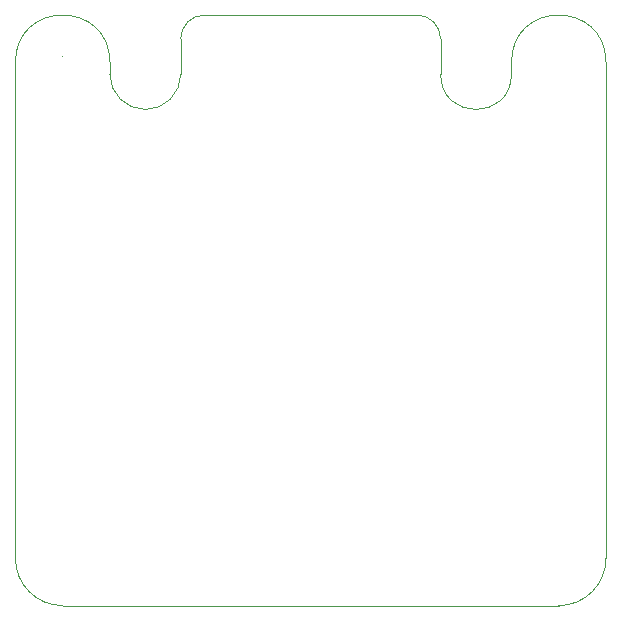
<source format=gm1>
%TF.GenerationSoftware,KiCad,Pcbnew,(6.0.2)*%
%TF.CreationDate,2022-05-16T10:21:06+01:00*%
%TF.ProjectId,led-tester,6c65642d-7465-4737-9465-722e6b696361,rev?*%
%TF.SameCoordinates,Original*%
%TF.FileFunction,Profile,NP*%
%FSLAX46Y46*%
G04 Gerber Fmt 4.6, Leading zero omitted, Abs format (unit mm)*
G04 Created by KiCad (PCBNEW (6.0.2)) date 2022-05-16 10:21:06*
%MOMM*%
%LPD*%
G01*
G04 APERTURE LIST*
%TA.AperFunction,Profile*%
%ADD10C,0.100000*%
%TD*%
G04 APERTURE END LIST*
D10*
X136000000Y-52000000D02*
G75*
G03*
X134000000Y-50000000I-1999999J1D01*
G01*
X108000000Y-54000000D02*
X108000000Y-55000000D01*
X146000000Y-100000000D02*
X104000000Y-100000000D01*
X104000001Y-53500000D02*
G75*
G03*
X104000001Y-53500000I-1J0D01*
G01*
X146000000Y-100000000D02*
G75*
G03*
X150000000Y-96000000I0J4000000D01*
G01*
X108000000Y-54000000D02*
G75*
G03*
X100000000Y-54000000I-4000000J0D01*
G01*
X150000000Y-54000000D02*
X150000000Y-96000000D01*
X108000000Y-55000000D02*
G75*
G03*
X111000000Y-58000000I3000001J1D01*
G01*
X100000000Y-54000000D02*
X100000000Y-96000000D01*
X111000000Y-58000000D02*
G75*
G03*
X114000000Y-55000000I-1J3000001D01*
G01*
X116000000Y-50000000D02*
G75*
G03*
X114000000Y-52000000I-1J-1999999D01*
G01*
X136000000Y-55000000D02*
G75*
G03*
X142000000Y-55000000I3000000J0D01*
G01*
X142000000Y-54000000D02*
X142000000Y-55000000D01*
X114000000Y-55000000D02*
X114000000Y-52000000D01*
X100000000Y-96000000D02*
G75*
G03*
X104000000Y-100000000I4000000J0D01*
G01*
X150000000Y-54000000D02*
G75*
G03*
X142000000Y-54000000I-4000000J0D01*
G01*
X116000000Y-50000000D02*
X134000000Y-50000000D01*
X136000000Y-52000000D02*
X136000000Y-55000000D01*
M02*

</source>
